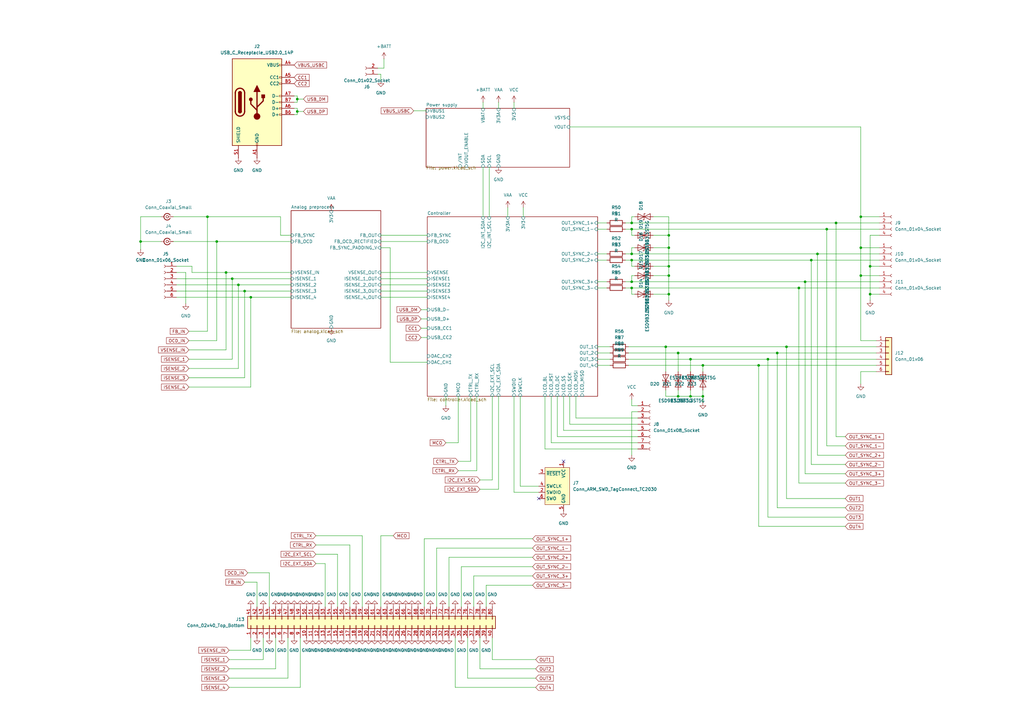
<source format=kicad_sch>
(kicad_sch (version 20250114) (generator "eeschema") (generator_version "9.0")
  (paper "A3")
  (junction (at 92.71 111.76))
  (junction (at 311.15 149.86))
  (junction (at 121.92 40.64))
  (junction (at 288.29 162.56))
  (junction (at 274.32 113.03))
  (junction (at 318.77 144.78))
  (junction (at 95.25 114.3))
  (junction (at 259.08 115.57))
  (junction (at 274.32 101.6))
  (junction (at 330.2 115.57))
  (junction (at 259.08 93.98))
  (junction (at 332.74 106.68))
  (junction (at 274.32 109.22))
  (junction (at 339.09 93.98))
  (junction (at 274.32 96.52))
  (junction (at 353.06 88.9))
  (junction (at 314.96 147.32))
  (junction (at 278.13 162.56))
  (junction (at 259.08 106.68))
  (junction (at 327.66 118.11))
  (junction (at 353.06 101.6))
  (junction (at 278.13 144.78))
  (junction (at 259.08 104.14))
  (junction (at 57.658 99.06))
  (junction (at 121.92 45.72))
  (junction (at 342.9 91.44))
  (junction (at 102.87 121.92))
  (junction (at 283.21 147.32))
  (junction (at 283.21 162.56))
  (junction (at 335.28 104.14))
  (junction (at 288.29 149.86))
  (junction (at 356.87 120.65))
  (junction (at 322.58 142.24))
  (junction (at 353.06 113.03))
  (junction (at 259.08 91.44))
  (junction (at 356.87 109.22))
  (junction (at 88.9 99.06))
  (junction (at 274.32 120.65))
  (junction (at 100.33 119.38))
  (junction (at 273.05 142.24))
  (junction (at 85.09 88.9))
  (junction (at 97.79 116.84))
  (junction (at 259.08 118.11))
  (no_connect (at 231.14 189.23))
  (no_connect (at 220.98 204.47))
  (wire (pts (xy 259.08 104.14) (xy 335.28 104.14)))
  (wire (pts (xy 245.11 104.14) (xy 248.92 104.14)))
  (wire (pts (xy 172.72 130.81) (xy 175.26 130.81)))
  (wire (pts (xy 102.87 158.75) (xy 102.87 121.92)))
  (wire (pts (xy 278.13 162.56) (xy 283.21 162.56)))
  (wire (pts (xy 267.97 109.22) (xy 274.32 109.22)))
  (wire (pts (xy 356.87 109.22) (xy 360.68 109.22)))
  (wire (pts (xy 121.92 40.64) (xy 121.92 39.37)))
  (wire (pts (xy 100.33 119.38) (xy 119.38 119.38)))
  (wire (pts (xy 120.65 46.99) (xy 121.92 46.99)))
  (wire (pts (xy 260.35 109.22) (xy 259.08 109.22)))
  (wire (pts (xy 346.71 198.12) (xy 327.66 198.12)))
  (wire (pts (xy 360.68 88.9) (xy 353.06 88.9)))
  (wire (pts (xy 204.47 200.66) (xy 204.47 162.56)))
  (wire (pts (xy 93.98 281.94) (xy 123.19 281.94)))
  (wire (pts (xy 138.43 227.33) (xy 129.54 227.33)))
  (wire (pts (xy 92.71 111.76) (xy 78.74 111.76)))
  (wire (pts (xy 256.54 93.98) (xy 259.08 93.98)))
  (wire (pts (xy 156.21 33.02) (xy 156.21 30.48)))
  (wire (pts (xy 335.28 104.14) (xy 360.68 104.14)))
  (wire (pts (xy 57.658 99.06) (xy 57.658 102.362)))
  (wire (pts (xy 259.08 96.52) (xy 259.08 93.98)))
  (wire (pts (xy 105.41 238.76) (xy 105.41 248.92)))
  (wire (pts (xy 156.21 121.92) (xy 175.26 121.92)))
  (wire (pts (xy 76.2 111.76) (xy 76.2 124.46)))
  (wire (pts (xy 236.22 171.45) (xy 236.22 162.56)))
  (wire (pts (xy 186.69 281.94) (xy 186.69 261.62)))
  (wire (pts (xy 283.21 162.56) (xy 288.29 162.56)))
  (wire (pts (xy 156.21 101.6) (xy 160.02 101.6)))
  (wire (pts (xy 93.98 278.13) (xy 118.11 278.13)))
  (wire (pts (xy 259.08 109.22) (xy 259.08 106.68)))
  (wire (pts (xy 196.85 200.66) (xy 204.47 200.66)))
  (wire (pts (xy 360.68 113.03) (xy 353.06 113.03)))
  (wire (pts (xy 160.02 101.6) (xy 160.02 148.59)))
  (wire (pts (xy 194.31 236.22) (xy 194.31 248.92)))
  (wire (pts (xy 283.21 160.02) (xy 283.21 162.56)))
  (wire (pts (xy 257.81 147.32) (xy 283.21 147.32)))
  (wire (pts (xy 100.33 238.76) (xy 105.41 238.76)))
  (wire (pts (xy 245.11 93.98) (xy 248.92 93.98)))
  (wire (pts (xy 353.06 139.7) (xy 353.06 113.03)))
  (wire (pts (xy 201.93 270.51) (xy 201.93 261.62)))
  (wire (pts (xy 330.2 194.31) (xy 330.2 115.57)))
  (wire (pts (xy 187.96 193.04) (xy 195.58 193.04)))
  (wire (pts (xy 95.25 147.32) (xy 95.25 114.3)))
  (wire (pts (xy 274.32 109.22) (xy 274.32 113.03)))
  (wire (pts (xy 72.39 119.38) (xy 100.33 119.38)))
  (wire (pts (xy 260.35 88.9) (xy 259.08 88.9)))
  (wire (pts (xy 259.08 91.44) (xy 342.9 91.44)))
  (wire (pts (xy 245.11 91.44) (xy 248.92 91.44)))
  (wire (pts (xy 85.09 135.89) (xy 85.09 88.9)))
  (wire (pts (xy 123.19 281.94) (xy 123.19 261.62)))
  (wire (pts (xy 204.47 41.91) (xy 204.47 44.45)))
  (wire (pts (xy 259.08 88.9) (xy 259.08 91.44)))
  (wire (pts (xy 231.14 176.53) (xy 231.14 162.56)))
  (wire (pts (xy 110.49 234.95) (xy 110.49 248.92)))
  (wire (pts (xy 121.92 45.72) (xy 121.92 44.45)))
  (wire (pts (xy 259.08 118.11) (xy 327.66 118.11)))
  (wire (pts (xy 219.71 270.51) (xy 201.93 270.51)))
  (wire (pts (xy 213.36 199.39) (xy 213.36 162.56)))
  (wire (pts (xy 332.74 106.68) (xy 360.68 106.68)))
  (wire (pts (xy 210.82 201.93) (xy 210.82 162.56)))
  (wire (pts (xy 184.15 228.6) (xy 184.15 248.92)))
  (wire (pts (xy 330.2 115.57) (xy 360.68 115.57)))
  (wire (pts (xy 198.12 68.58) (xy 198.12 88.9)))
  (wire (pts (xy 172.72 127) (xy 175.26 127)))
  (wire (pts (xy 260.35 120.65) (xy 259.08 120.65)))
  (wire (pts (xy 57.658 88.9) (xy 57.658 99.06)))
  (wire (pts (xy 233.68 52.07) (xy 353.06 52.07)))
  (wire (pts (xy 274.32 88.9) (xy 274.32 96.52)))
  (wire (pts (xy 274.32 120.65) (xy 274.32 123.19)))
  (wire (pts (xy 78.74 111.76) (xy 78.74 109.22)))
  (wire (pts (xy 218.44 232.41) (xy 189.23 232.41)))
  (wire (pts (xy 256.54 106.68) (xy 259.08 106.68)))
  (wire (pts (xy 360.68 96.52) (xy 356.87 96.52)))
  (wire (pts (xy 133.35 231.14) (xy 129.54 231.14)))
  (wire (pts (xy 346.71 182.88) (xy 339.09 182.88)))
  (wire (pts (xy 322.58 204.47) (xy 322.58 142.24)))
  (wire (pts (xy 77.47 147.32) (xy 95.25 147.32)))
  (wire (pts (xy 257.81 142.24) (xy 273.05 142.24)))
  (wire (pts (xy 129.54 219.71) (xy 148.59 219.71)))
  (wire (pts (xy 226.06 181.61) (xy 261.62 181.61)))
  (wire (pts (xy 219.71 274.32) (xy 196.85 274.32)))
  (wire (pts (xy 359.41 152.4) (xy 353.06 152.4)))
  (wire (pts (xy 77.47 135.89) (xy 85.09 135.89)))
  (wire (pts (xy 259.08 101.6) (xy 259.08 104.14)))
  (wire (pts (xy 327.66 198.12) (xy 327.66 118.11)))
  (wire (pts (xy 193.04 189.23) (xy 193.04 162.56)))
  (wire (pts (xy 353.06 101.6) (xy 353.06 113.03)))
  (wire (pts (xy 245.11 118.11) (xy 248.92 118.11)))
  (wire (pts (xy 261.62 171.45) (xy 236.22 171.45)))
  (wire (pts (xy 143.51 223.52) (xy 143.51 248.92)))
  (wire (pts (xy 332.74 190.5) (xy 332.74 106.68)))
  (wire (pts (xy 157.48 27.94) (xy 157.48 24.13)))
  (wire (pts (xy 129.54 223.52) (xy 143.51 223.52)))
  (wire (pts (xy 346.71 179.07) (xy 342.9 179.07)))
  (wire (pts (xy 88.9 99.06) (xy 88.9 139.7)))
  (wire (pts (xy 196.85 196.85) (xy 201.93 196.85)))
  (wire (pts (xy 278.13 144.78) (xy 278.13 152.4)))
  (wire (pts (xy 259.08 168.91) (xy 259.08 186.69)))
  (wire (pts (xy 223.52 162.56) (xy 223.52 184.15)))
  (wire (pts (xy 66.04 99.06) (xy 57.658 99.06)))
  (wire (pts (xy 259.08 113.03) (xy 259.08 115.57)))
  (wire (pts (xy 346.71 194.31) (xy 330.2 194.31)))
  (wire (pts (xy 218.44 224.79) (xy 179.07 224.79)))
  (wire (pts (xy 278.13 144.78) (xy 318.77 144.78)))
  (wire (pts (xy 228.6 179.07) (xy 261.62 179.07)))
  (wire (pts (xy 124.46 45.72) (xy 121.92 45.72)))
  (wire (pts (xy 311.15 149.86) (xy 359.41 149.86)))
  (wire (pts (xy 261.62 166.37) (xy 259.08 166.37)))
  (wire (pts (xy 288.29 149.86) (xy 288.29 152.4)))
  (wire (pts (xy 267.97 88.9) (xy 274.32 88.9)))
  (wire (pts (xy 288.29 162.56) (xy 288.29 165.1)))
  (wire (pts (xy 182.88 162.56) (xy 182.88 166.37)))
  (wire (pts (xy 66.04 88.9) (xy 57.658 88.9)))
  (wire (pts (xy 260.35 96.52) (xy 259.08 96.52)))
  (wire (pts (xy 356.87 120.65) (xy 356.87 123.19)))
  (wire (pts (xy 346.71 190.5) (xy 332.74 190.5)))
  (wire (pts (xy 220.98 199.39) (xy 213.36 199.39)))
  (wire (pts (xy 322.58 142.24) (xy 359.41 142.24)))
  (wire (pts (xy 267.97 120.65) (xy 274.32 120.65)))
  (wire (pts (xy 113.03 274.32) (xy 113.03 261.62)))
  (wire (pts (xy 173.99 220.98) (xy 173.99 248.92)))
  (wire (pts (xy 200.66 68.58) (xy 200.66 88.9)))
  (wire (pts (xy 327.66 118.11) (xy 360.68 118.11)))
  (wire (pts (xy 93.98 274.32) (xy 113.03 274.32)))
  (wire (pts (xy 191.77 278.13) (xy 191.77 261.62)))
  (wire (pts (xy 97.79 151.13) (xy 97.79 116.84)))
  (wire (pts (xy 342.9 91.44) (xy 360.68 91.44)))
  (wire (pts (xy 218.44 220.98) (xy 173.99 220.98)))
  (wire (pts (xy 97.79 116.84) (xy 119.38 116.84)))
  (wire (pts (xy 156.21 99.06) (xy 175.26 99.06)))
  (wire (pts (xy 339.09 93.98) (xy 360.68 93.98)))
  (wire (pts (xy 100.33 154.94) (xy 100.33 119.38)))
  (wire (pts (xy 245.11 147.32) (xy 250.19 147.32)))
  (wire (pts (xy 92.71 143.51) (xy 92.71 111.76)))
  (wire (pts (xy 219.71 278.13) (xy 191.77 278.13)))
  (wire (pts (xy 267.97 113.03) (xy 274.32 113.03)))
  (wire (pts (xy 335.28 186.69) (xy 335.28 104.14)))
  (wire (pts (xy 121.92 39.37) (xy 120.65 39.37)))
  (wire (pts (xy 160.02 148.59) (xy 175.26 148.59)))
  (wire (pts (xy 93.98 266.7) (xy 102.87 266.7)))
  (wire (pts (xy 156.21 111.76) (xy 175.26 111.76)))
  (wire (pts (xy 256.54 115.57) (xy 259.08 115.57)))
  (wire (pts (xy 156.21 119.38) (xy 175.26 119.38)))
  (wire (pts (xy 154.94 27.94) (xy 157.48 27.94)))
  (wire (pts (xy 260.35 113.03) (xy 259.08 113.03)))
  (wire (pts (xy 72.39 121.92) (xy 102.87 121.92)))
  (wire (pts (xy 78.74 109.22) (xy 72.39 109.22)))
  (wire (pts (xy 115.062 88.9) (xy 115.062 96.52)))
  (wire (pts (xy 257.81 149.86) (xy 288.29 149.86)))
  (wire (pts (xy 256.54 91.44) (xy 259.08 91.44)))
  (wire (pts (xy 199.39 240.03) (xy 199.39 248.92)))
  (wire (pts (xy 259.08 120.65) (xy 259.08 118.11)))
  (wire (pts (xy 267.97 96.52) (xy 274.32 96.52)))
  (wire (pts (xy 356.87 109.22) (xy 356.87 120.65)))
  (wire (pts (xy 257.81 144.78) (xy 278.13 144.78)))
  (wire (pts (xy 72.39 114.3) (xy 95.25 114.3)))
  (wire (pts (xy 283.21 147.32) (xy 283.21 152.4)))
  (wire (pts (xy 353.06 152.4) (xy 353.06 157.48)))
  (wire (pts (xy 346.71 208.28) (xy 318.77 208.28)))
  (wire (pts (xy 353.06 88.9) (xy 353.06 101.6)))
  (wire (pts (xy 346.71 215.9) (xy 311.15 215.9)))
  (wire (pts (xy 187.96 181.61) (xy 187.96 162.56)))
  (wire (pts (xy 245.11 149.86) (xy 250.19 149.86)))
  (wire (pts (xy 77.47 151.13) (xy 97.79 151.13)))
  (wire (pts (xy 259.08 106.68) (xy 332.74 106.68)))
  (wire (pts (xy 195.58 193.04) (xy 195.58 162.56)))
  (wire (pts (xy 245.11 144.78) (xy 250.19 144.78)))
  (wire (pts (xy 172.72 134.62) (xy 175.26 134.62)))
  (wire (pts (xy 198.12 41.91) (xy 198.12 44.45)))
  (wire (pts (xy 256.54 104.14) (xy 259.08 104.14)))
  (wire (pts (xy 219.71 281.94) (xy 186.69 281.94)))
  (wire (pts (xy 273.05 142.24) (xy 322.58 142.24)))
  (wire (pts (xy 169.672 45.466) (xy 174.752 45.466)))
  (wire (pts (xy 314.96 212.09) (xy 314.96 147.32)))
  (wire (pts (xy 201.93 196.85) (xy 201.93 162.56)))
  (wire (pts (xy 102.87 121.92) (xy 119.38 121.92)))
  (wire (pts (xy 259.08 93.98) (xy 339.09 93.98)))
  (wire (pts (xy 245.11 106.68) (xy 248.92 106.68)))
  (wire (pts (xy 346.71 204.47) (xy 322.58 204.47)))
  (wire (pts (xy 77.47 139.7) (xy 88.9 139.7)))
  (wire (pts (xy 71.12 88.9) (xy 85.09 88.9)))
  (wire (pts (xy 218.44 228.6) (xy 184.15 228.6)))
  (wire (pts (xy 220.98 201.93) (xy 210.82 201.93)))
  (wire (pts (xy 210.82 41.91) (xy 210.82 44.45)))
  (wire (pts (xy 77.47 143.51) (xy 92.71 143.51)))
  (wire (pts (xy 360.68 101.6) (xy 353.06 101.6)))
  (wire (pts (xy 339.09 182.88) (xy 339.09 93.98)))
  (wire (pts (xy 156.21 30.48) (xy 154.94 30.48)))
  (wire (pts (xy 172.72 138.43) (xy 175.26 138.43)))
  (wire (pts (xy 359.41 139.7) (xy 353.06 139.7)))
  (wire (pts (xy 288.29 149.86) (xy 311.15 149.86)))
  (wire (pts (xy 156.21 114.3) (xy 175.26 114.3)))
  (wire (pts (xy 274.32 101.6) (xy 274.32 109.22)))
  (wire (pts (xy 273.05 142.24) (xy 273.05 152.4)))
  (wire (pts (xy 208.28 85.09) (xy 208.28 88.9)))
  (wire (pts (xy 259.08 115.57) (xy 330.2 115.57)))
  (wire (pts (xy 311.15 215.9) (xy 311.15 149.86)))
  (wire (pts (xy 101.6 234.95) (xy 110.49 234.95)))
  (wire (pts (xy 283.21 147.32) (xy 314.96 147.32)))
  (wire (pts (xy 214.63 85.09) (xy 214.63 88.9)))
  (wire (pts (xy 256.54 118.11) (xy 259.08 118.11)))
  (wire (pts (xy 278.13 160.02) (xy 278.13 162.56)))
  (wire (pts (xy 71.12 99.06) (xy 88.9 99.06)))
  (wire (pts (xy 189.23 232.41) (xy 189.23 248.92)))
  (wire (pts (xy 196.85 274.32) (xy 196.85 261.62)))
  (wire (pts (xy 318.77 144.78) (xy 359.41 144.78)))
  (wire (pts (xy 121.92 46.99) (xy 121.92 45.72)))
  (wire (pts (xy 138.43 248.92) (xy 138.43 227.33)))
  (wire (pts (xy 95.25 114.3) (xy 119.38 114.3)))
  (wire (pts (xy 72.39 111.76) (xy 76.2 111.76)))
  (wire (pts (xy 261.62 173.99) (xy 233.68 173.99)))
  (wire (pts (xy 273.05 160.02) (xy 273.05 162.56)))
  (wire (pts (xy 187.96 189.23) (xy 193.04 189.23)))
  (wire (pts (xy 346.71 186.69) (xy 335.28 186.69)))
  (wire (pts (xy 226.06 162.56) (xy 226.06 181.61)))
  (wire (pts (xy 161.29 219.71) (xy 156.21 219.71)))
  (wire (pts (xy 115.062 96.52) (xy 119.38 96.52)))
  (wire (pts (xy 356.87 120.65) (xy 360.68 120.65)))
  (wire (pts (xy 77.47 158.75) (xy 102.87 158.75)))
  (wire (pts (xy 353.06 88.9) (xy 353.06 52.07)))
  (wire (pts (xy 121.92 41.91) (xy 121.92 40.64)))
  (wire (pts (xy 259.08 166.37) (xy 259.08 163.83)))
  (wire (pts (xy 179.07 224.79) (xy 179.07 248.92)))
  (wire (pts (xy 124.46 40.64) (xy 121.92 40.64)))
  (wire (pts (xy 245.11 115.57) (xy 248.92 115.57)))
  (wire (pts (xy 119.38 111.76) (xy 92.71 111.76)))
  (wire (pts (xy 107.95 270.51) (xy 107.95 261.62)))
  (wire (pts (xy 260.35 101.6) (xy 259.08 101.6)))
  (wire (pts (xy 223.52 184.15) (xy 261.62 184.15)))
  (wire (pts (xy 218.44 236.22) (xy 194.31 236.22)))
  (wire (pts (xy 88.9 99.06) (xy 119.38 99.06)))
  (wire (pts (xy 156.21 116.84) (xy 175.26 116.84)))
  (wire (pts (xy 274.32 96.52) (xy 274.32 101.6)))
  (wire (pts (xy 218.44 240.03) (xy 199.39 240.03)))
  (wire (pts (xy 85.09 88.9) (xy 115.062 88.9)))
  (wire (pts (xy 261.62 168.91) (xy 259.08 168.91)))
  (wire (pts (xy 228.6 162.56) (xy 228.6 179.07)))
  (wire (pts (xy 120.65 41.91) (xy 121.92 41.91)))
  (wire (pts (xy 77.47 154.94) (xy 100.33 154.94)))
  (wire (pts (xy 273.05 162.56) (xy 278.13 162.56)))
  (wire (pts (xy 118.11 278.13) (xy 118.11 261.62)))
  (wire (pts (xy 356.87 96.52) (xy 356.87 109.22)))
  (wire (pts (xy 267.97 101.6) (xy 274.32 101.6)))
  (wire (pts (xy 121.92 44.45) (xy 120.65 44.45)))
  (wire (pts (xy 288.29 160.02) (xy 288.29 162.56)))
  (wire (pts (xy 133.35 248.92) (xy 133.35 231.14)))
  (wire (pts (xy 318.77 208.28) (xy 318.77 144.78)))
  (wire (pts (xy 261.62 176.53) (xy 231.14 176.53)))
  (wire (pts (xy 346.71 212.09) (xy 314.96 212.09)))
  (wire (pts (xy 72.39 116.84) (xy 97.79 116.84)))
  (wire (pts (xy 156.21 96.52) (xy 175.26 96.52)))
  (wire (pts (xy 156.21 219.71) (xy 156.21 248.92)))
  (wire (pts (xy 245.11 142.24) (xy 250.19 142.24)))
  (wire (pts (xy 274.32 113.03) (xy 274.32 120.65)))
  (wire (pts (xy 148.59 219.71) (xy 148.59 248.92)))
  (wire (pts (xy 102.87 266.7) (xy 102.87 261.62)))
  (wire (pts (xy 233.68 173.99) (xy 233.68 162.56)))
  (wire (pts (xy 342.9 179.07) (xy 342.9 91.44)))
  (wire (pts (xy 93.98 270.51) (xy 107.95 270.51)))
  (wire (pts (xy 182.88 181.61) (xy 187.96 181.61)))
  (wire (pts (xy 314.96 147.32) (xy 359.41 147.32)))
  (global_label "ISENSE_1" (shape input) (at 77.47 147.32 180) (property "Intersheetrefs" "${INTERSHEET_REFS}" (effects (hide yes))))
  (global_label "OCD_IN" (shape input) (at 77.47 139.7 180) (property "Intersheetrefs" "${INTERSHEET_REFS}" (effects (hide yes))))
  (global_label "I2C_EXT_SCL" (shape input) (at 196.85 196.85 180) (property "Intersheetrefs" "${INTERSHEET_REFS}" (effects (hide yes))))
  (global_label "OUT_SYNC_1+" (shape input) (at 218.44 220.98 0) (property "Intersheetrefs" "${INTERSHEET_REFS}" (effects (hide yes))))
  (global_label "OUT_SYNC_3+" (shape input) (at 346.71 194.31 0) (property "Intersheetrefs" "${INTERSHEET_REFS}" (effects (hide yes))))
  (global_label "OUT_SYNC_3+" (shape input) (at 218.44 236.22 0) (property "Intersheetrefs" "${INTERSHEET_REFS}" (effects (hide yes))))
  (global_label "OUT2" (shape input) (at 346.71 208.28 0) (property "Intersheetrefs" "${INTERSHEET_REFS}" (effects (hide yes))))
  (global_label "MCO" (shape input) (at 161.29 219.71 0) (property "Intersheetrefs" "${INTERSHEET_REFS}" (effects (hide yes))))
  (global_label "OUT4" (shape input) (at 219.71 281.94 0) (property "Intersheetrefs" "${INTERSHEET_REFS}" (effects (hide yes))))
  (global_label "CTRL_TX" (shape input) (at 187.96 189.23 180) (property "Intersheetrefs" "${INTERSHEET_REFS}" (effects (hide yes))))
  (global_label "CC2" (shape input) (at 120.65 34.29 0) (property "Intersheetrefs" "${INTERSHEET_REFS}" (effects (hide yes))))
  (global_label "MCO" (shape input) (at 182.88 181.61 180) (property "Intersheetrefs" "${INTERSHEET_REFS}" (effects (hide yes))))
  (global_label "VSENSE_IN" (shape input) (at 77.47 143.51 180) (property "Intersheetrefs" "${INTERSHEET_REFS}" (effects (hide yes))))
  (global_label "OUT_SYNC_1+" (shape input) (at 346.71 179.07 0) (property "Intersheetrefs" "${INTERSHEET_REFS}" (effects (hide yes))))
  (global_label "OUT3" (shape input) (at 346.71 212.09 0) (property "Intersheetrefs" "${INTERSHEET_REFS}" (effects (hide yes))))
  (global_label "VSENSE_IN" (shape input) (at 93.98 266.7 180) (property "Intersheetrefs" "${INTERSHEET_REFS}" (effects (hide yes))))
  (global_label "ISENSE_2" (shape input) (at 77.47 151.13 180) (property "Intersheetrefs" "${INTERSHEET_REFS}" (effects (hide yes))))
  (global_label "CC1" (shape input) (at 120.65 31.75 0) (property "Intersheetrefs" "${INTERSHEET_REFS}" (effects (hide yes))))
  (global_label "USB_DM" (shape input) (at 172.72 127 180) (property "Intersheetrefs" "${INTERSHEET_REFS}" (effects (hide yes))))
  (global_label "I2C_EXT_SDA" (shape input) (at 196.85 200.66 180) (property "Intersheetrefs" "${INTERSHEET_REFS}" (effects (hide yes))))
  (global_label "OUT_SYNC_1-" (shape input) (at 346.71 182.88 0) (property "Intersheetrefs" "${INTERSHEET_REFS}" (effects (hide yes))))
  (global_label "OUT1" (shape input) (at 346.71 204.47 0) (property "Intersheetrefs" "${INTERSHEET_REFS}" (effects (hide yes))))
  (global_label "FB_IN" (shape input) (at 100.33 238.76 180) (property "Intersheetrefs" "${INTERSHEET_REFS}" (effects (hide yes))))
  (global_label "OUT3" (shape input) (at 219.71 278.13 0) (property "Intersheetrefs" "${INTERSHEET_REFS}" (effects (hide yes))))
  (global_label "OUT_SYNC_3-" (shape input) (at 218.44 240.03 0) (property "Intersheetrefs" "${INTERSHEET_REFS}" (effects (hide yes))))
  (global_label "CTRL_TX" (shape input) (at 129.54 219.71 180) (property "Intersheetrefs" "${INTERSHEET_REFS}" (effects (hide yes))))
  (global_label "ISENSE_3" (shape input) (at 77.47 154.94 180) (property "Intersheetrefs" "${INTERSHEET_REFS}" (effects (hide yes))))
  (global_label "CTRL_RX" (shape input) (at 129.54 223.52 180) (property "Intersheetrefs" "${INTERSHEET_REFS}" (effects (hide yes))))
  (global_label "OUT_SYNC_2+" (shape input) (at 346.71 186.69 0) (property "Intersheetrefs" "${INTERSHEET_REFS}" (effects (hide yes))))
  (global_label "CTRL_RX" (shape input) (at 187.96 193.04 180) (property "Intersheetrefs" "${INTERSHEET_REFS}" (effects (hide yes))))
  (global_label "OUT2" (shape input) (at 219.71 274.32 0) (property "Intersheetrefs" "${INTERSHEET_REFS}" (effects (hide yes))))
  (global_label "OUT_SYNC_2+" (shape input) (at 218.44 228.6 0) (property "Intersheetrefs" "${INTERSHEET_REFS}" (effects (hide yes))))
  (global_label "CC1" (shape input) (at 172.72 134.62 180) (property "Intersheetrefs" "${INTERSHEET_REFS}" (effects (hide yes))))
  (global_label "USB_DP" (shape input) (at 172.72 130.81 180) (property "Intersheetrefs" "${INTERSHEET_REFS}" (effects (hide yes))))
  (global_label "USB_DM" (shape input) (at 124.46 40.64 0) (property "Intersheetrefs" "${INTERSHEET_REFS}" (effects (hide yes))))
  (global_label "USB_DP" (shape input) (at 124.46 45.72 0) (property "Intersheetrefs" "${INTERSHEET_REFS}" (effects (hide yes))))
  (global_label "ISENSE_1" (shape input) (at 93.98 270.51 180) (property "Intersheetrefs" "${INTERSHEET_REFS}" (effects (hide yes))))
  (global_label "OUT_SYNC_3-" (shape input) (at 346.71 198.12 0) (property "Intersheetrefs" "${INTERSHEET_REFS}" (effects (hide yes))))
  (global_label "ISENSE_3" (shape input) (at 93.98 278.13 180) (property "Intersheetrefs" "${INTERSHEET_REFS}" (effects (hide yes))))
  (global_label "CC2" (shape input) (at 172.72 138.43 180) (property "Intersheetrefs" "${INTERSHEET_REFS}" (effects (hide yes))))
  (global_label "OUT4" (shape input) (at 346.71 215.9 0) (property "Intersheetrefs" "${INTERSHEET_REFS}" (effects (hide yes))))
  (global_label "FB_IN" (shape input) (at 77.47 135.89 180) (property "Intersheetrefs" "${INTERSHEET_REFS}" (effects (hide yes))))
  (global_label "I2C_EXT_SCL" (shape input) (at 129.54 227.33 180) (property "Intersheetrefs" "${INTERSHEET_REFS}" (effects (hide yes))))
  (global_label "OUT_SYNC_1-" (shape input) (at 218.44 224.79 0) (property "Intersheetrefs" "${INTERSHEET_REFS}" (effects (hide yes))))
  (global_label "ISENSE_2" (shape input) (at 93.98 274.32 180) (property "Intersheetrefs" "${INTERSHEET_REFS}" (effects (hide yes))))
  (global_label "ISENSE_4" (shape input) (at 77.47 158.75 180) (property "Intersheetrefs" "${INTERSHEET_REFS}" (effects (hide yes))))
  (global_label "I2C_EXT_SDA" (shape input) (at 129.54 231.14 180) (property "Intersheetrefs" "${INTERSHEET_REFS}" (effects (hide yes))))
  (global_label "OUT1" (shape input) (at 219.71 270.51 0) (property "Intersheetrefs" "${INTERSHEET_REFS}" (effects (hide yes))))
  (global_label "OCD_IN" (shape input) (at 101.6 234.95 180) (property "Intersheetrefs" "${INTERSHEET_REFS}" (effects (hide yes))))
  (global_label "ISENSE_4" (shape input) (at 93.98 281.94 180) (property "Intersheetrefs" "${INTERSHEET_REFS}" (effects (hide yes))))
  (global_label "OUT_SYNC_2-" (shape input) (at 218.44 232.41 0) (property "Intersheetrefs" "${INTERSHEET_REFS}" (effects (hide yes))))
  (global_label "VBUS_USBC" (shape input) (at 169.672 45.466 180) (property "Intersheetrefs" "${INTERSHEET_REFS}" (effects (hide yes))))
  (global_label "OUT_SYNC_2-" (shape input) (at 346.71 190.5 0) (property "Intersheetrefs" "${INTERSHEET_REFS}" (effects (hide yes))))
  (global_label "VBUS_USBC" (shape input) (at 120.65 26.67 0) (property "Intersheetrefs" "${INTERSHEET_REFS}" (effects (hide yes))))
  (symbol (lib_id "Device:R") (at 254 147.32 90) (unit 1)
    (property "Reference" "R58" (at 254 140.97 90))
    (property "Value" "R" (at 254 143.51 90))
    (property "Footprint" "Resistor_SMD:R_0402_1005Metric" (effects (hide yes)))
    (property "Description" "Resistor" (effects (hide yes)))
  )
  (symbol (lib_id "power:GND") (at 105.41 64.77 0) (unit 1)
    (property "Reference" "#PWR0165" (effects (hide yes)))
    (property "Value" "GND" (at 105.41 69.85 0))
    (property "Description" "Power symbol creates a global label with name \"GND\" , ground" (effects (hide yes)))
  )
  (symbol (lib_id "power:VAA") (at 204.47 41.91 0) (unit 1)
    (property "Reference" "#PWR0174" (effects (hide yes)))
    (property "Value" "VAA" (at 204.47 36.83 0))
    (property "Description" "Power symbol creates a global label with name \"VAA\"" (effects (hide yes)))
  )
  (symbol (lib_id "power:GND") (at 179.07 261.62 0) (unit 1)
    (property "Reference" "#PWR0214" (effects (hide yes)))
    (property "Value" "GND" (at 179.07 266.7 0))
    (property "Description" "Power symbol creates a global label with name \"GND\" , ground" (effects (hide yes)))
  )
  (symbol (lib_id "power:GND") (at 105.41 261.62 0) (unit 1)
    (property "Reference" "#PWR0189" (effects (hide yes)))
    (property "Value" "GND" (at 105.41 266.7 0))
    (property "Description" "Power symbol creates a global label with name \"GND\" , ground" (effects (hide yes)))
  )
  (symbol (lib_id "power:GND") (at 135.89 261.62 0) (unit 1)
    (property "Reference" "#PWR0243" (effects (hide yes)))
    (property "Value" "GND" (at 135.89 266.7 0))
    (property "Description" "Power symbol creates a global label with name \"GND\" , ground" (effects (hide yes)))
  )
  (symbol (lib_id "Connector:Conn_01x06_Socket") (at 67.31 114.3 0) (mirror y) (unit 1)
    (property "Reference" "J5" (at 67.945 104.14 0))
    (property "Value" "Conn_01x06_Socket" (at 67.945 106.68 0))
    (property "Footprint" "Connector_PinHeader_2.54mm:PinHeader_1x06_P2.54mm_Horizontal" (effects (hide yes)))
    (property "Description" "Generic connector, single row, 01x06, script generated" (effects (hide yes)))
  )
  (symbol (lib_id "power:GND") (at 156.21 261.62 0) (unit 1)
    (property "Reference" "#PWR0233" (effects (hide yes)))
    (property "Value" "GND" (at 156.21 266.7 0))
    (property "Description" "Power symbol creates a global label with name \"GND\" , ground" (effects (hide yes)))
  )
  (symbol (lib_id "power:GND") (at 196.85 248.92 180) (unit 1)
    (property "Reference" "#PWR0206" (effects (hide yes)))
    (property "Value" "GND" (at 196.85 243.84 0))
    (property "Description" "Power symbol creates a global label with name \"GND\" , ground" (effects (hide yes)))
  )
  (symbol (lib_id "power:GND") (at 156.21 33.02 0) (unit 1)
    (property "Reference" "#PWR0170" (effects (hide yes)))
    (property "Value" "GND" (at 156.21 38.1 0))
    (property "Description" "Power symbol creates a global label with name \"GND\" , ground" (effects (hide yes)))
  )
  (symbol (lib_id "power:GND") (at 166.37 248.92 180) (unit 1)
    (property "Reference" "#PWR0228" (effects (hide yes)))
    (property "Value" "GND" (at 166.37 243.84 0))
    (property "Description" "Power symbol creates a global label with name \"GND\" , ground" (effects (hide yes)))
  )
  (symbol (lib_id "power:GND") (at 171.45 248.92 180) (unit 1)
    (property "Reference" "#PWR0211" (effects (hide yes)))
    (property "Value" "GND" (at 171.45 243.84 0))
    (property "Description" "Power symbol creates a global label with name \"GND\" , ground" (effects (hide yes)))
  )
  (symbol (lib_id "Connector_Generic:Conn_02x40_Top_Bottom") (at 151.13 256.54 90) (unit 1)
    (property "Reference" "J13" (at 100.33 253.9999 90) (effects (justify left)))
    (property "Value" "Conn_02x40_Top_Bottom" (at 100.33 256.5399 90) (effects (justify left)))
    (property "Footprint" "ul_FX18-80P-0-8SV10:CONN_FX18-80P_HIR" (effects (hide yes)))
    (property "Description" "Generic connector, double row, 02x40, top/bottom pin numbering scheme (row 1: 1...pins_per_row, row2: pins_per_row+1 ... num_pins), script generated (kicad-library-utils/schlib/autogen/connector/)" (effects (hide yes)))
  )
  (symbol (lib_id "power:GND") (at 148.59 261.62 0) (unit 1)
    (property "Reference" "#PWR0236" (effects (hide yes)))
    (property "Value" "GND" (at 148.59 266.7 0))
    (property "Description" "Power symbol creates a global label with name \"GND\" , ground" (effects (hide yes)))
  )
  (symbol (lib_id "power:GND") (at 181.61 261.62 0) (unit 1)
    (property "Reference" "#PWR0213" (effects (hide yes)))
    (property "Value" "GND" (at 181.61 266.7 0))
    (property "Description" "Power symbol creates a global label with name \"GND\" , ground" (effects (hide yes)))
  )
  (symbol (lib_id "Device:R") (at 252.73 91.44 90) (unit 1)
    (property "Reference" "R50" (at 252.73 85.09 90))
    (property "Value" "R" (at 252.73 87.63 90))
    (property "Footprint" "Resistor_SMD:R_0402_1005Metric" (effects (hide yes)))
    (property "Description" "Resistor" (effects (hide yes)))
  )
  (symbol (lib_id "Device:R") (at 252.73 104.14 90) (unit 1)
    (property "Reference" "R52" (at 252.73 97.79 90))
    (property "Value" "R" (at 252.73 100.33 90))
    (property "Footprint" "Resistor_SMD:R_0402_1005Metric" (effects (hide yes)))
    (property "Description" "Resistor" (effects (hide yes)))
  )
  (symbol (lib_id "power:GND") (at 76.2 124.46 0) (unit 1)
    (property "Reference" "#PWR0166" (effects (hide yes)))
    (property "Value" "GND" (at 76.2 129.54 0))
    (property "Description" "Power symbol creates a global label with name \"GND\" , ground" (effects (hide yes)))
  )
  (symbol (lib_id "Connector:Conn_01x04_Socket") (at 365.76 115.57 0) (unit 1)
    (property "Reference" "J11" (at 367.03 115.5699 0) (effects (justify left)))
    (property "Value" "Conn_01x04_Socket" (at 367.03 118.1099 0) (effects (justify left)))
    (property "Footprint" "Connector_PinHeader_2.54mm:PinHeader_1x04_P2.54mm_Horizontal" (effects (hide yes)))
    (property "Description" "Generic connector, single row, 01x04, script generated" (effects (hide yes)))
  )
  (symbol (lib_id "power:GND") (at 189.23 261.62 0) (unit 1)
    (property "Reference" "#PWR0202" (effects (hide yes)))
    (property "Value" "GND" (at 189.23 266.7 0))
    (property "Description" "Power symbol creates a global label with name \"GND\" , ground" (effects (hide yes)))
  )
  (symbol (lib_id "power:GND") (at 115.57 261.62 0) (unit 1)
    (property "Reference" "#PWR0191" (effects (hide yes)))
    (property "Value" "GND" (at 115.57 266.7 0))
    (property "Description" "Power symbol creates a global label with name \"GND\" , ground" (effects (hide yes)))
  )
  (symbol (lib_id "power:GND") (at 133.35 261.62 0) (unit 1)
    (property "Reference" "#PWR0242" (effects (hide yes)))
    (property "Value" "GND" (at 133.35 266.7 0))
    (property "Description" "Power symbol creates a global label with name \"GND\" , ground" (effects (hide yes)))
  )
  (symbol (lib_id "power:GND") (at 107.95 248.92 180) (unit 1)
    (property "Reference" "#PWR0187" (effects (hide yes)))
    (property "Value" "GND" (at 107.95 243.84 0))
    (property "Description" "Power symbol creates a global label with name \"GND\" , ground" (effects (hide yes)))
  )
  (symbol (lib_id "Diode:ESD9B3.3ST5G") (at 264.16 109.22 180) (unit 1)
    (property "Reference" "D17" (at 262.8899 106.68 90) (effects (justify right)))
    (property "Value" "ESD9B3.3ST5G" (at 265.43 124.714 90) (effects (justify right)))
    (property "Footprint" "Diode_SMD:D_SOD-923" (effects (hide yes)))
    (property "Datasheet" "https://www.onsemi.com/pub/Collateral/ESD9B-D.PDF" (effects (hide yes)))
    (property "Description" "ESD protection diode, 3.3Vrwm, SOD-923" (effects (hide yes)))
  )
  (symbol (lib_id "power:VAA") (at 208.28 85.09 0) (unit 1)
    (property "Reference" "#PWR0178" (effects (hide yes)))
    (property "Value" "VAA" (at 208.28 80.01 0))
    (property "Description" "Power symbol creates a global label with name \"VAA\"" (effects (hide yes)))
  )
  (symbol (lib_id "Diode:ESD9B3.3ST5G") (at 288.29 156.21 270) (unit 1)
    (property "Reference" "D23" (at 285.75 157.4801 90) (effects (justify right)))
    (property "Value" "ESD9B3.3ST5G" (at 289.052 164.338 90) (effects (justify right)))
    (property "Footprint" "Diode_SMD:D_SOD-923" (effects (hide yes)))
    (property "Datasheet" "https://www.onsemi.com/pub/Collateral/ESD9B-D.PDF" (effects (hide yes)))
    (property "Description" "ESD protection diode, 3.3Vrwm, SOD-923" (effects (hide yes)))
  )
  (symbol (lib_id "power:GND") (at 146.05 261.62 0) (unit 1)
    (property "Reference" "#PWR0237" (effects (hide yes)))
    (property "Value" "GND" (at 146.05 266.7 0))
    (property "Description" "Power symbol creates a global label with name \"GND\" , ground" (effects (hide yes)))
  )
  (symbol (lib_id "power:GND") (at 125.73 261.62 0) (unit 1)
    (property "Reference" "#PWR0193" (effects (hide yes)))
    (property "Value" "GND" (at 125.73 266.7 0))
    (property "Description" "Power symbol creates a global label with name \"GND\" , ground" (effects (hide yes)))
  )
  (symbol (lib_id "power:GND") (at 356.87 123.19 0) (unit 1)
    (property "Reference" "#PWR0182" (effects (hide yes)))
    (property "Value" "GND" (at 356.87 128.27 0))
    (property "Description" "Power symbol creates a global label with name \"GND\" , ground" (effects (hide yes)))
  )
  (symbol (lib_id "Diode:ESD9B3.3ST5G") (at 273.05 156.21 270) (unit 1)
    (property "Reference" "D20" (at 270.51 157.4801 90) (effects (justify right)))
    (property "Value" "ESD9B3.3ST5G" (at 288.544 154.94 90) (effects (justify right)))
    (property "Footprint" "Diode_SMD:D_SOD-923" (effects (hide yes)))
    (property "Datasheet" "https://www.onsemi.com/pub/Collateral/ESD9B-D.PDF" (effects (hide yes)))
    (property "Description" "ESD protection diode, 3.3Vrwm, SOD-923" (effects (hide yes)))
  )
  (symbol (lib_id "Diode:ESD9B3.3ST5G") (at 264.16 96.52 180) (unit 1)
    (property "Reference" "D19" (at 262.8899 93.98 90) (effects (justify right)))
    (property "Value" "ESD9B3.3ST5G" (at 265.43 112.014 90) (effects (justify right)))
    (property "Footprint" "Diode_SMD:D_SOD-923" (effects (hide yes)))
    (property "Datasheet" "https://www.onsemi.com/pub/Collateral/ESD9B-D.PDF" (effects (hide yes)))
    (property "Description" "ESD protection diode, 3.3Vrwm, SOD-923" (effects (hide yes)))
  )
  (symbol (lib_id "power:GND") (at 135.89 134.62 0) (unit 1)
    (property "Reference" "#PWR0167" (effects (hide yes)))
    (property "Value" "GND" (at 135.89 139.7 0))
    (property "Description" "Power symbol creates a global label with name \"GND\" , ground" (effects (hide yes)))
  )
  (symbol (lib_id "power:GND") (at 97.79 64.77 0) (unit 1)
    (property "Reference" "#PWR0164" (effects (hide yes)))
    (property "Value" "GND" (at 97.79 69.85 0))
    (property "Description" "Power symbol creates a global label with name \"GND\" , ground" (effects (hide yes)))
  )
  (symbol (lib_id "power:VCC") (at 214.63 85.09 0) (unit 1)
    (property "Reference" "#PWR0179" (effects (hide yes)))
    (property "Value" "VCC" (at 214.63 80.01 0))
    (property "Description" "Power symbol creates a global label with name \"VCC\"" (effects (hide yes)))
  )
  (symbol (lib_id "power:GND") (at 146.05 248.92 180) (unit 1)
    (property "Reference" "#PWR0219" (effects (hide yes)))
    (property "Value" "GND" (at 146.05 243.84 0))
    (property "Description" "Power symbol creates a global label with name \"GND\" , ground" (effects (hide yes)))
  )
  (symbol (lib_id "power:GND") (at 143.51 261.62 0) (unit 1)
    (property "Reference" "#PWR0238" (effects (hide yes)))
    (property "Value" "GND" (at 143.51 266.7 0))
    (property "Description" "Power symbol creates a global label with name \"GND\" , ground" (effects (hide yes)))
  )
  (symbol (lib_id "power:GND") (at 151.13 261.62 0) (unit 1)
    (property "Reference" "#PWR0235" (effects (hide yes)))
    (property "Value" "GND" (at 151.13 266.7 0))
    (property "Description" "Power symbol creates a global label with name \"GND\" , ground" (effects (hide yes)))
  )
  (symbol (lib_id "Connector:USB_C_Receptacle_USB2.0_14P") (at 105.41 41.91 0) (unit 1)
    (property "Reference" "J2" (at 105.41 19.05 0))
    (property "Value" "USB_C_Receptacle_USB2.0_14P" (at 105.41 21.59 0))
    (property "Footprint" "Connector_USB:USB_C_Receptacle_GCT_USB4105-xx-A_16P_TopMnt_Horizontal" (effects (hide yes)))
    (property "Datasheet" "https://www.usb.org/sites/default/files/documents/usb_type-c.zip" (effects (hide yes)))
    (property "Description" "USB 2.0-only 14P Type-C Receptacle connector" (effects (hide yes)))
  )
  (symbol (lib_id "power:GND") (at 125.73 248.92 180) (unit 1)
    (property "Reference" "#PWR0198" (effects (hide yes)))
    (property "Value" "GND" (at 125.73 243.84 0))
    (property "Description" "Power symbol creates a global label with name \"GND\" , ground" (effects (hide yes)))
  )
  (symbol (lib_id "power:GND") (at 120.65 261.62 0) (unit 1)
    (property "Reference" "#PWR0192" (effects (hide yes)))
    (property "Value" "GND" (at 120.65 266.7 0))
    (property "Description" "Power symbol creates a global label with name \"GND\" , ground" (effects (hide yes)))
  )
  (symbol (lib_id "Diode:ESD9B3.3ST5G") (at 264.16 101.6 180) (unit 1)
    (property "Reference" "D16" (at 262.8899 99.06 90) (effects (justify right)))
    (property "Value" "ESD9B3.3ST5G" (at 265.43 117.094 90) (effects (justify right)))
    (property "Footprint" "Diode_SMD:D_SOD-923" (effects (hide yes)))
    (property "Datasheet" "https://www.onsemi.com/pub/Collateral/ESD9B-D.PDF" (effects (hide yes)))
    (property "Description" "ESD protection diode, 3.3Vrwm, SOD-923" (effects (hide yes)))
  )
  (symbol (lib_id "Connector:Conn_Coaxial_Small") (at 68.58 88.9 180) (unit 1)
    (property "Reference" "J3" (at 69.0995 82.55 0))
    (property "Value" "Conn_Coaxial_Small" (at 69.0995 85.09 0))
    (property "Footprint" "Connector_Coaxial:SMA_Molex_73251-1153_EdgeMount_Horizontal" (effects (hide yes)))
    (property "Description" "small coaxial connector (BNC, SMA, SMB, SMC, Cinch/RCA, LEMO, ...)" (effects (hide yes)))
  )
  (symbol (lib_id "power:GND") (at 161.29 261.62 0) (unit 1)
    (property "Reference" "#PWR0231" (effects (hide yes)))
    (property "Value" "GND" (at 161.29 266.7 0))
    (property "Description" "Power symbol creates a global label with name \"GND\" , ground" (effects (hide yes)))
  )
  (symbol (lib_id "Diode:ESD9B3.3ST5G") (at 264.16 120.65 180) (unit 1)
    (property "Reference" "D14" (at 262.8899 118.11 90) (effects (justify right)))
    (property "Value" "ESD9B3.3ST5G" (at 265.43 136.144 90) (effects (justify right)))
    (property "Footprint" "Diode_SMD:D_SOD-923" (effects (hide yes)))
    (property "Datasheet" "https://www.onsemi.com/pub/Collateral/ESD9B-D.PDF" (effects (hide yes)))
    (property "Description" "ESD protection diode, 3.3Vrwm, SOD-923" (effects (hide yes)))
  )
  (symbol (lib_id "power:GND") (at 201.93 248.92 180) (unit 1)
    (property "Reference" "#PWR0205" (effects (hide yes)))
    (property "Value" "GND" (at 201.93 243.84 0))
    (property "Description" "Power symbol creates a global label with name \"GND\" , ground" (effects (hide yes)))
  )
  (symbol (lib_id "Device:R") (at 254 149.86 90) (unit 1)
    (property "Reference" "R59" (at 254 143.51 90))
    (property "Value" "R" (at 254 146.05 90))
    (property "Footprint" "Resistor_SMD:R_0402_1005Metric" (effects (hide yes)))
    (property "Description" "Resistor" (effects (hide yes)))
  )
  (symbol (lib_id "power:GND") (at 259.08 186.69 0) (unit 1)
    (property "Reference" "#PWR0181" (effects (hide yes)))
    (property "Value" "GND" (at 259.08 191.77 0))
    (property "Description" "Power symbol creates a global label with name \"GND\" , ground" (effects (hide yes)))
  )
  (symbol (lib_id "power:+BATT") (at 157.48 24.13 0) (unit 1)
    (property "Reference" "#PWR0171" (effects (hide yes)))
    (property "Value" "+BATT" (at 157.48 19.05 0))
    (property "Description" "Power symbol creates a global label with name \"+BATT\"" (effects (hide yes)))
  )
  (symbol (lib_id "power:GND") (at 288.29 165.1 0) (unit 1)
    (property "Reference" "#PWR0185" (effects (hide yes)))
    (property "Value" "GND" (at 288.29 170.18 0))
    (property "Description" "Power symbol creates a global label with name \"GND\" , ground" (effects (hide yes)))
  )
  (symbol (lib_id "power:GND") (at 184.15 261.62 0) (unit 1)
    (property "Reference" "#PWR0201" (effects (hide yes)))
    (property "Value" "GND" (at 184.15 266.7 0))
    (property "Description" "Power symbol creates a global label with name \"GND\" , ground" (effects (hide yes)))
  )
  (symbol (lib_id "power:GND") (at 186.69 248.92 180) (unit 1)
    (property "Reference" "#PWR0208" (effects (hide yes)))
    (property "Value" "GND" (at 186.69 243.84 0))
    (property "Description" "Power symbol creates a global label with name \"GND\" , ground" (effects (hide yes)))
  )
  (symbol (lib_id "power:GND") (at 113.03 248.92 180) (unit 1)
    (property "Reference" "#PWR0188" (effects (hide yes)))
    (property "Value" "GND" (at 113.03 243.84 0))
    (property "Description" "Power symbol creates a global label with name \"GND\" , ground" (effects (hide yes)))
  )
  (symbol (lib_id "power:GND") (at 115.57 248.92 180) (unit 1)
    (property "Reference" "#PWR0194" (effects (hide yes)))
    (property "Value" "GND" (at 115.57 243.84 0))
    (property "Description" "Power symbol creates a global label with name \"GND\" , ground" (effects (hide yes)))
  )
  (symbol (lib_id "power:GND") (at 153.67 248.92 180) (unit 1)
    (property "Reference" "#PWR0224" (effects (hide yes)))
    (property "Value" "GND" (at 153.67 243.84 0))
    (property "Description" "Power symbol creates a global label with name \"GND\" , ground" (effects (hide yes)))
  )
  (symbol (lib_id "power:GND") (at 123.19 248.92 180) (unit 1)
    (property "Reference" "#PWR0197" (effects (hide yes)))
    (property "Value" "GND" (at 123.19 243.84 0))
    (property "Description" "Power symbol creates a global label with name \"GND\" , ground" (effects (hide yes)))
  )
  (symbol (lib_id "power:GND") (at 191.77 248.92 180) (unit 1)
    (property "Reference" "#PWR0207" (effects (hide yes)))
    (property "Value" "GND" (at 191.77 243.84 0))
    (property "Description" "Power symbol creates a global label with name \"GND\" , ground" (effects (hide yes)))
  )
  (symbol (lib_id "power:GND") (at 181.61 248.92 180) (unit 1)
    (property "Reference" "#PWR0209" (effects (hide yes)))
    (property "Value" "GND" (at 181.61 243.84 0))
    (property "Description" "Power symbol creates a global label with name \"GND\" , ground" (effects (hide yes)))
  )
  (symbol (lib_id "Connector:Conn_01x04_Socket") (at 365.76 91.44 0) (unit 1)
    (property "Reference" "J9" (at 367.03 91.4399 0) (effects (justify left)))
    (property "Value" "Conn_01x04_Socket" (at 367.03 93.9799 0) (effects (justify left)))
    (property "Footprint" "Connector_PinHeader_2.54mm:PinHeader_1x04_P2.54mm_Horizontal" (effects (hide yes)))
    (property "Description" "Generic connector, single row, 01x04, script generated" (effects (hide yes)))
  )
  (symbol (lib_id "Connector:Conn_Coaxial_Small") (at 68.58 99.06 180) (unit 1)
    (property "Reference" "J4" (at 69.0995 92.71 0))
    (property "Value" "Conn_Coaxial_Small" (at 69.0995 95.25 0))
    (property "Footprint" "Connector_Coaxial:SMA_Molex_73251-1153_EdgeMount_Horizontal" (effects (hide yes)))
    (property "Description" "small coaxial connector (BNC, SMA, SMB, SMC, Cinch/RCA, LEMO, ...)" (effects (hide yes)))
  )
  (symbol (lib_id "power:GND") (at 168.91 248.92 180) (unit 1)
    (property "Reference" "#PWR0212" (effects (hide yes)))
    (property "Value" "GND" (at 168.91 243.84 0))
    (property "Description" "Power symbol creates a global label with name \"GND\" , ground" (effects (hide yes)))
  )
  (symbol (lib_id "power:GND") (at 166.37 261.62 0) (unit 1)
    (property "Reference" "#PWR0229" (effects (hide yes)))
    (property "Value" "GND" (at 166.37 266.7 0))
    (property "Description" "Power symbol creates a global label with name \"GND\" , ground" (effects (hide yes)))
  )
  (symbol (lib_id "Connector_Generic:Conn_01x06") (at 364.49 144.78 0) (unit 1)
    (property "Reference" "J12" (at 367.03 144.7799 0) (effects (justify left)))
    (property "Value" "Conn_01x06" (at 367.03 147.3199 0) (effects (justify left)))
    (property "Footprint" "Connector_PinHeader_2.54mm:PinHeader_1x06_P2.54mm_Horizontal" (effects (hide yes)))
    (property "Description" "Generic connector, single row, 01x06, script generated (kicad-library-utils/schlib/autogen/connector/)" (effects (hide yes)))
  )
  (symbol (lib_id "power:VCC") (at 259.08 163.83 0) (unit 1)
    (property "Reference" "#PWR0180" (effects (hide yes)))
    (property "Value" "VCC" (at 259.08 158.75 0))
    (property "Description" "Power symbol creates a global label with name \"VCC\"" (effects (hide yes)))
  )
  (symbol (lib_id "power:GND") (at 128.27 261.62 0) (unit 1)
    (property "Reference" "#PWR0200" (effects (hide yes)))
    (property "Value" "GND" (at 128.27 266.7 0))
    (property "Description" "Power symbol creates a global label with name \"GND\" , ground" (effects (hide yes)))
  )
  (symbol (lib_id "power:GND") (at 168.91 261.62 0) (unit 1)
    (property "Reference" "#PWR0218" (effects (hide yes)))
    (property "Value" "GND" (at 168.91 266.7 0))
    (property "Description" "Power symbol creates a global label with name \"GND\" , ground" (effects (hide yes)))
  )
  (symbol (lib_id "power:GND") (at 118.11 248.92 180) (unit 1)
    (property "Reference" "#PWR0195" (effects (hide yes)))
    (property "Value" "GND" (at 118.11 243.84 0))
    (property "Description" "Power symbol creates a global label with name \"GND\" , ground" (effects (hide yes)))
  )
  (symbol (lib_id "power:GND") (at 140.97 248.92 180) (unit 1)
    (property "Reference" "#PWR0220" (effects (hide yes)))
    (property "Value" "GND" (at 140.97 243.84 0))
    (property "Description" "Power symbol creates a global label with name \"GND\" , ground" (effects (hide yes)))
  )
  (symbol (lib_id "power:GND") (at 353.06 157.48 0) (unit 1)
    (property "Reference" "#PWR0184" (effects (hide yes)))
    (property "Value" "GND" (at 353.06 162.56 0))
    (property "Description" "Power symbol creates a global label with name \"GND\" , ground" (effects (hide yes)))
  )
  (symbol (lib_id "power:GND") (at 163.83 261.62 0) (unit 1)
    (property "Reference" "#PWR0230" (effects (hide yes)))
    (property "Value" "GND" (at 163.83 266.7 0))
    (property "Description" "Power symbol creates a global label with name \"GND\" , ground" (effects (hide yes)))
  )
  (symbol (lib_id "power:GND") (at 173.99 261.62 0) (unit 1)
    (property "Reference" "#PWR0216" (effects (hide yes)))
    (property "Value" "GND" (at 173.99 266.7 0))
    (property "Description" "Power symbol creates a global label with name \"GND\" , ground" (effects (hide yes)))
  )
  (symbol (lib_id "Connector:Conn_01x02_Socket") (at 149.86 30.48 180) (unit 1)
    (property "Reference" "J6" (at 150.495 35.56 0))
    (property "Value" "Conn_01x02_Socket" (at 150.495 33.02 0))
    (property "Footprint" "Connector_AMASS:AMASS_XT30PW-M_1x02_P2.50mm_Horizontal" (effects (hide yes)))
    (property "Description" "Generic connector, single row, 01x02, script generated" (effects (hide yes)))
  )
  (symbol (lib_id "power:VCC") (at 210.82 41.91 0) (unit 1)
    (property "Reference" "#PWR0175" (effects (hide yes)))
    (property "Value" "VCC" (at 210.82 36.83 0))
    (property "Description" "Power symbol creates a global label with name \"VCC\"" (effects (hide yes)))
  )
  (symbol (lib_id "power:GND") (at 138.43 261.62 0) (unit 1)
    (property "Reference" "#PWR0240" (effects (hide yes)))
    (property "Value" "GND" (at 138.43 266.7 0))
    (property "Description" "Power symbol creates a global label with name \"GND\" , ground" (effects (hide yes)))
  )
  (symbol (lib_id "power:GND") (at 153.67 261.62 0) (unit 1)
    (property "Reference" "#PWR0234" (effects (hide yes)))
    (property "Value" "GND" (at 153.67 266.7 0))
    (property "Description" "Power symbol creates a global label with name \"GND\" , ground" (effects (hide yes)))
  )
  (symbol (lib_id "power:+BATT") (at 198.12 41.91 0) (unit 1)
    (property "Reference" "#PWR0172" (effects (hide yes)))
    (property "Value" "+BATT" (at 198.12 36.83 0))
    (property "Description" "Power symbol creates a global label with name \"+BATT\"" (effects (hide yes)))
  )
  (symbol (lib_id "power:GND") (at 171.45 261.62 0) (unit 1)
    (property "Reference" "#PWR0217" (effects (hide yes)))
    (property "Value" "GND" (at 171.45 266.7 0))
    (property "Description" "Power symbol creates a global label with name \"GND\" , ground" (effects (hide yes)))
  )
  (symbol (lib_id "Connector:Conn_01x08_Socket") (at 266.7 173.99 0) (unit 1)
    (property "Reference" "J8" (at 267.97 173.9899 0) (effects (justify left)))
    (property "Value" "Conn_01x08_Socket" (at 267.97 176.5299 0) (effects (justify left)))
    (property "Footprint" "Connector_PinHeader_2.54mm:PinHeader_1x08_P2.54mm_Horizontal" (effects (hide yes)))
    (property "Description" "Generic connector, single row, 01x08, script generated" (effects (hide yes)))
  )
  (symbol (lib_id "Diode:ESD9B3.3ST5G") (at 278.13 156.21 270) (unit 1)
    (property "Reference" "D21" (at 275.59 157.4801 90) (effects (justify right)))
    (property "Value" "ESD9B3.3ST5G" (at 293.624 154.94 90) (effects (justify right)))
    (property "Footprint" "Diode_SMD:D_SOD-923" (effects (hide yes)))
    (property "Datasheet" "https://www.onsemi.com/pub/Collateral/ESD9B-D.PDF" (effects (hide yes)))
    (property "Description" "ESD protection diode, 3.3Vrwm, SOD-923" (effects (hide yes)))
  )
  (symbol (lib_id "power:GND") (at 274.32 123.19 0) (unit 1)
    (property "Reference" "#PWR0183" (effects (hide yes)))
    (property "Value" "GND" (at 274.32 128.27 0))
    (property "Description" "Power symbol creates a global label with name \"GND\" , ground" (effects (hide yes)))
  )
  (symbol (lib_id "Device:R") (at 252.73 93.98 90) (unit 1)
    (property "Reference" "R51" (at 252.73 87.63 90))
    (property "Value" "R" (at 252.73 90.17 90))
    (property "Footprint" "Resistor_SMD:R_0402_1005Metric" (effects (hide yes)))
    (property "Description" "Resistor" (effects (hide yes)))
  )
  (symbol (lib_id "Connector:Conn_ARM_SWD_TagConnect_TC2030") (at 228.6 199.39 0) (mirror y) (unit 1) (in_bom no)
    (property "Reference" "J7" (at 234.95 198.1199 0) (effects (justify right)))
    (property "Value" "Conn_ARM_SWD_TagConnect_TC2030" (at 234.95 200.6599 0) (effects (justify right)))
    (property "Footprint" "Connector:Tag-Connect_TC2030-IDC-FP_2x03_P1.27mm_Vertical" (effects (hide yes)))
    (property "Datasheet" "https://www.tag-connect.com/wp-content/uploads/bsk-pdf-manager/TC2030-CTX_1.pdf" (effects (hide yes)))
    (property "Description" "Tag-Connect ARM Cortex SWD JTAG connector, 6 pin" (effects (hide yes)))
  )
  (symbol (lib_id "power:GND") (at 102.87 248.92 180) (unit 1)
    (property "Reference" "#PWR0186" (effects (hide yes)))
    (property "Value" "GND" (at 102.87 243.84 0))
    (property "Description" "Power symbol creates a global label with name \"GND\" , ground" (effects (hide yes)))
  )
  (symbol (lib_id "power:VAA") (at 135.89 86.36 0) (unit 1)
    (property "Reference" "#PWR0168" (effects (hide yes)))
    (property "Value" "VAA" (at 135.89 81.28 0))
    (property "Description" "Power symbol creates a global label with name \"VAA\"" (effects (hide yes)))
  )
  (symbol (lib_id "Diode:ESD9B3.3ST5G") (at 264.16 88.9 180) (unit 1)
    (property "Reference" "D18" (at 262.8899 86.36 90) (effects (justify right)))
    (property "Value" "ESD9B3.3ST5G" (at 265.43 104.394 90) (effects (justify right)))
    (property "Footprint" "Diode_SMD:D_SOD-923" (effects (hide yes)))
    (property "Datasheet" "https://www.onsemi.com/pub/Collateral/ESD9B-D.PDF" (effects (hide yes)))
    (property "Description" "ESD protection diode, 3.3Vrwm, SOD-923" (effects (hide yes)))
  )
  (symbol (lib_id "power:GND") (at 130.81 248.92 180) (unit 1)
    (property "Reference" "#PWR0222" (effects (hide yes)))
    (property "Value" "GND" (at 130.81 243.84 0))
    (property "Description" "Power symbol creates a global label with name \"GND\" , ground" (effects (hide yes)))
  )
  (symbol (lib_id "power:GND") (at 140.97 261.62 0) (unit 1)
    (property "Reference" "#PWR0239" (effects (hide yes)))
    (property "Value" "GND" (at 140.97 266.7 0))
    (property "Description" "Power symbol creates a global label with name \"GND\" , ground" (effects (hide yes)))
  )
  (symbol (lib_id "power:GND") (at 135.89 248.92 180) (unit 1)
    (property "Reference" "#PWR0221" (effects (hide yes)))
    (property "Value" "GND" (at 135.89 243.84 0))
    (property "Description" "Power symbol creates a global label with name \"GND\" , ground" (effects (hide yes)))
  )
  (symbol (lib_id "power:GND") (at 130.81 261.62 0) (unit 1)
    (property "Reference" "#PWR0241" (effects (hide yes)))
    (property "Value" "GND" (at 130.81 266.7 0))
    (property "Description" "Power symbol creates a global label with name \"GND\" , ground" (effects (hide yes)))
  )
  (symbol (lib_id "power:GND") (at 176.53 261.62 0) (unit 1)
    (property "Reference" "#PWR0215" (effects (hide yes)))
    (property "Value" "GND" (at 176.53 266.7 0))
    (property "Description" "Power symbol creates a global label with name \"GND\" , ground" (effects (hide yes)))
  )
  (symbol (lib_id "power:GND") (at 231.14 209.55 0) (unit 1)
    (property "Reference" "#PWR0177" (effects (hide yes)))
    (property "Value" "GND" (at 231.14 214.63 0))
    (property "Description" "Power symbol creates a global label with name \"GND\" , ground" (effects (hide yes)))
  )
  (symbol (lib_id "power:GND") (at 163.83 248.92 180) (unit 1)
    (property "Reference" "#PWR0227" (effects (hide yes)))
    (property "Value" "GND" (at 163.83 243.84 0))
    (property "Description" "Power symbol creates a global label with name \"GND\" , ground" (effects (hide yes)))
  )
  (symbol (lib_id "Diode:ESD9B3.3ST5G") (at 264.16 113.03 180) (unit 1)
    (property "Reference" "D15" (at 262.8899 110.49 90) (effects (justify right)))
    (property "Value" "ESD9B3.3ST5G" (at 265.43 128.524 90) (effects (justify right)))
    (property "Footprint" "Diode_SMD:D_SOD-923" (effects (hide yes)))
    (property "Datasheet" "https://www.onsemi.com/pub/Collateral/ESD9B-D.PDF" (effects (hide yes)))
    (property "Description" "ESD protection diode, 3.3Vrwm, SOD-923" (effects (hide yes)))
  )
  (symbol (lib_id "power:GND") (at 194.31 261.62 0) (unit 1)
    (property "Reference" "#PWR0203" (effects (hide yes)))
    (property "Value" "GND" (at 194.31 266.7 0))
    (property "Description" "Power symbol creates a global label with name \"GND\" , ground" (effects (hide yes)))
  )
  (symbol (lib_id "Device:R") (at 252.73 106.68 90) (unit 1)
    (property "Reference" "R53" (at 252.73 100.33 90))
    (property "Value" "R" (at 252.73 102.87 90))
    (property "Footprint" "Resistor_SMD:R_0402_1005Metric" (effects (hide yes)))
    (property "Description" "Resistor" (effects (hide yes)))
  )
  (symbol (lib_id "Device:R") (at 254 142.24 90) (unit 1)
    (property "Reference" "R56" (at 254 135.89 90))
    (property "Value" "R" (at 254 138.43 90))
    (property "Footprint" "Resistor_SMD:R_0402_1005Metric" (effects (hide yes)))
    (property "Description" "Resistor" (effects (hide yes)))
  )
  (symbol (lib_id "power:GND") (at 151.13 248.92 180) (unit 1)
    (property "Reference" "#PWR0223" (effects (hide yes)))
    (property "Value" "GND" (at 151.13 243.84 0))
    (property "Description" "Power symbol creates a global label with name \"GND\" , ground" (effects (hide yes)))
  )
  (symbol (lib_id "Device:R") (at 252.73 118.11 90) (unit 1)
    (property "Reference" "R55" (at 252.73 111.76 90))
    (property "Value" "R" (at 252.73 114.3 90))
    (property "Footprint" "Resistor_SMD:R_0402_1005Metric" (effects (hide yes)))
    (property "Description" "Resistor" (effects (hide yes)))
  )
  (symbol (lib_id "power:GND") (at 161.29 248.92 180) (unit 1)
    (property "Reference" "#PWR0226" (effects (hide yes)))
    (property "Value" "GND" (at 161.29 243.84 0))
    (property "Description" "Power symbol creates a global label with name \"GND\" , ground" (effects (hide yes)))
  )
  (symbol (lib_id "power:GND") (at 158.75 261.62 0) (unit 1)
    (property "Reference" "#PWR0232" (effects (hide yes)))
    (property "Value" "GND" (at 158.75 266.7 0))
    (property "Description" "Power symbol creates a global label with name \"GND\" , ground" (effects (hide yes)))
  )
  (symbol (lib_id "power:GND") (at 110.49 261.62 0) (unit 1)
    (property "Reference" "#PWR0190" (effects (hide yes)))
    (property "Value" "GND" (at 110.49 266.7 0))
    (property "Description" "Power symbol creates a global label with name \"GND\" , ground" (effects (hide yes)))
  )
  (symbol (lib_id "power:GND") (at 204.47 68.58 0) (unit 1)
    (property "Reference" "#PWR0173" (effects (hide yes)))
    (property "Value" "GND" (at 204.47 73.66 0))
    (property "Description" "Power symbol creates a global label with name \"GND\" , ground" (effects (hide yes)))
  )
  (symbol (lib_id "Connector:Conn_01x04_Socket") (at 365.76 104.14 0) (unit 1)
    (property "Reference" "J10" (at 367.03 104.1399 0) (effects (justify left)))
    (property "Value" "Conn_01x04_Socket" (at 367.03 106.6799 0) (effects (justify left)))
    (property "Footprint" "Connector_PinHeader_2.54mm:PinHeader_1x04_P2.54mm_Horizontal" (effects (hide yes)))
    (property "Description" "Generic connector, single row, 01x04, script generated" (effects (hide yes)))
  )
  (symbol (lib_id "power:GND") (at 176.53 248.92 180) (unit 1)
    (property "Reference" "#PWR0210" (effects (hide yes)))
    (property "Value" "GND" (at 176.53 243.84 0))
    (property "Description" "Power symbol creates a global label with name \"GND\" , ground" (effects (hide yes)))
  )
  (symbol (lib_id "power:GND") (at 128.27 248.92 180) (unit 1)
    (property "Reference" "#PWR0199" (effects (hide yes)))
    (property "Value" "GND" (at 128.27 243.84 0))
    (property "Description" "Power symbol creates a global label with name \"GND\" , ground" (effects (hide yes)))
  )
  (symbol (lib_id "power:GND") (at 120.65 248.92 180) (unit 1)
    (property "Reference" "#PWR0196" (effects (hide yes)))
    (property "Value" "GND" (at 120.65 243.84 0))
    (property "Description" "Power symbol creates a global label with name \"GND\" , ground" (effects (hide yes)))
  )
  (symbol (lib_id "Device:R") (at 252.73 115.57 90) (unit 1)
    (property "Reference" "R54" (at 252.73 109.22 90))
    (property "Value" "R" (at 252.73 111.76 90))
    (property "Footprint" "Resistor_SMD:R_0402_1005Metric" (effects (hide yes)))
    (property "Description" "Resistor" (effects (hide yes)))
  )
  (symbol (lib_id "Device:R") (at 254 144.78 90) (unit 1)
    (property "Reference" "R57" (at 254 138.43 90))
    (property "Value" "R" (at 254 140.97 90))
    (property "Footprint" "Resistor_SMD:R_0402_1005Metric" (effects (hide yes)))
    (property "Description" "Resistor" (effects (hide yes)))
  )
  (symbol (lib_id "power:GND") (at 182.88 166.37 0) (unit 1)
    (property "Reference" "#PWR0176" (effects (hide yes)))
    (property "Value" "GND" (at 182.88 171.45 0))
    (property "Description" "Power symbol creates a global label with name \"GND\" , ground" (effects (hide yes)))
  )
  (symbol (lib_id "power:GND") (at 199.39 261.62 0) (unit 1)
    (property "Reference" "#PWR0204" (effects (hide yes)))
    (property "Value" "GND" (at 199.39 266.7 0))
    (property "Description" "Power symbol creates a global label with name \"GND\" , ground" (effects (hide yes)))
  )
  (symbol (lib_id "power:GND") (at 57.658 102.362 0) (unit 1)
    (property "Reference" "#PWR0169" (effects (hide yes)))
    (property "Value" "GND" (at 57.658 106.68 0))
    (property "Description" "Power symbol creates a global label with name \"GND\" , ground" (effects (hide yes)))
  )
  (symbol (lib_id "Diode:ESD9B3.3ST5G") (at 283.21 156.21 270) (unit 1)
    (property "Reference" "D22" (at 280.67 157.4801 90) (effects (justify right)))
    (property "Value" "ESD9B3.3ST5G" (at 283.972 164.338 90) (effects (justify right)))
    (property "Footprint" "Diode_SMD:D_SOD-923" (effects (hide yes)))
    (property "Datasheet" "https://www.onsemi.com/pub/Collateral/ESD9B-D.PDF" (effects (hide yes)))
    (property "Description" "ESD protection diode, 3.3Vrwm, SOD-923" (effects (hide yes)))
  )
  (symbol (lib_id "power:GND") (at 158.75 248.92 180) (unit 1)
    (property "Reference" "#PWR0225" (effects (hide yes)))
    (property "Value" "GND" (at 158.75 243.84 0))
    (property "Description" "Power symbol creates a global label with name \"GND\" , ground" (effects (hide yes)))
  )
  (sheet (at 175.26 88.9) (size 69.85 73.66) (stroke (width 0.1524))
    (property "Sheetname" "Controller" (at 175.26 88.1884 0) (effects (justify left bottom)))
    (property "Sheetfile" "controller.kicad_sch" (at 175.26 163.1446 0) (effects (justify left top)))
    (pin "ISENSE2" input (at 175.26 116.84 180))
    (pin "OUT_SYNC_1+" input (at 245.11 91.44 0))
    (pin "OUT_SYNC_3+" input (at 245.11 115.57 0))
    (pin "ISENSE1" input (at 175.26 114.3 180))
    (pin "USB_CC2" input (at 175.26 138.43 180))
    (pin "USB_D+" input (at 175.26 130.81 180))
    (pin "FB_OCD" input (at 175.26 99.06 180))
    (pin "I2C_INT_SDA" input (at 198.12 88.9 90))
    (pin "I2C_EXT_SCL" input (at 201.93 162.56 270))
    (pin "VSENSE" input (at 175.26 111.76 180))
    (pin "I2C_EXT_SDA" input (at 204.47 162.56 270))
    (pin "SWDIO" input (at 210.82 162.56 270))
    (pin "LCD_SCK" input (at 233.68 162.56 270))
    (pin "CTRL_RX" input (at 195.58 162.56 270))
    (pin "FB_SYNC" input (at 175.26 96.52 180))
    (pin "OUT_4" input (at 245.11 149.86 0))
    (pin "OUT_SYNC_1-" input (at 245.11 93.98 0))
    (pin "SWCLK" input (at 213.36 162.56 270))
    (pin "LCD_SS" input (at 231.14 162.56 270))
    (pin "3V3" input (at 214.63 88.9 90))
    (pin "OUT_3" input (at 245.11 147.32 0))
    (pin "CTRL_TX" input (at 193.04 162.56 270))
    (pin "OUT_2" input (at 245.11 144.78 0))
    (pin "USB_D-" input (at 175.26 127 180))
    (pin "USB_CC1" input (at 175.26 134.62 180))
    (pin "DAC_CH2" input (at 175.26 146.05 180))
    (pin "LCD_MOSI" input (at 236.22 162.56 270))
    (pin "OUT_1" input (at 245.11 142.24 0))
    (pin "I2C_INT_SCL" input (at 200.66 88.9 90))
    (pin "ISENSE3" input (at 175.26 119.38 180))
    (pin "OUT_SYNC_3-" input (at 245.11 118.11 0))
    (pin "ISENSE4" input (at 175.26 121.92 180))
    (pin "MCO" input (at 187.96 162.56 270))
    (pin "LCD_MISO" input (at 238.76 162.56 270))
    (pin "3V3A" input (at 208.28 88.9 90))
    (pin "DAC_CH1" input (at 175.26 148.59 180))
    (pin "OUT_SYNC_2+" input (at 245.11 106.68 0))
    (pin "OUT_SYNC_2-" input (at 245.11 104.14 0))
    (pin "GND" input (at 182.88 162.56 270))
    (pin "LCD_BL" input (at 223.52 162.56 270))
    (pin "LCD_DC" input (at 228.6 162.56 270))
    (pin "LCD_RST" input (at 226.06 162.56 270))
  )
  (sheet (at 119.38 86.36) (size 36.83 48.26) (stroke (width 0.1524))
    (property "Sheetname" "Analog preprocess" (at 119.38 85.6484 0) (effects (justify left bottom)))
    (property "Sheetfile" "analog.kicad_sch" (at 119.38 135.2046 0) (effects (justify left top)))
    (pin "FB_SYNC" input (at 119.38 96.52 180))
    (pin "ISENSE_4" input (at 119.38 121.92 180))
    (pin "ISENSE_4_OUT" input (at 156.21 121.92 0))
    (pin "ISENSE_2" input (at 119.38 116.84 180))
    (pin "VSENSE_IN" input (at 119.38 111.76 180))
    (pin "ISENSE_3_OUT" input (at 156.21 119.38 0))
    (pin "FB_OUT" input (at 156.21 96.52 0))
    (pin "FB_OCD" input (at 119.38 99.06 180))
    (pin "ISENSE_2_OUT" input (at 156.21 116.84 0))
    (pin "ISENSE_1_OUT" input (at 156.21 114.3 0))
    (pin "VSENSE_OUT" input (at 156.21 111.76 0))
    (pin "FB_OCD_RECTIFIED" input (at 156.21 99.06 0))
    (pin "GND" input (at 135.89 134.62 270))
    (pin "ISENSE_1" input (at 119.38 114.3 180))
    (pin "ISENSE_3" input (at 119.38 119.38 180))
    (pin "FB_SYNC_PADDING_V" input (at 156.21 101.6 0))
    (pin "3V3" input (at 135.89 86.36 90))
  )
  (sheet (at 174.752 44.45) (size 58.928 24.13) (stroke (width 0.1524))
    (property "Sheetname" "Power supply" (at 174.752 43.7384 0) (effects (justify left bottom)))
    (property "Sheetfile" "power.kicad_sch" (at 174.752 68.072 0) (effects (justify left top)))
    (pin "GND" input (at 204.47 68.58 270))
    (pin "VSYS" input (at 233.68 48.26 0))
    (pin "SDA" input (at 198.12 68.58 270))
    (pin "VOUT" input (at 233.68 52.07 0))
    (pin "VBAT" input (at 198.12 44.45 90))
    (pin "SCL" input (at 200.66 68.58 270))
    (pin "3V3A" input (at 204.47 44.45 90))
    (pin "3V3" input (at 210.82 44.45 90))
    (pin "VBUS1" input (at 174.752 45.466 180))
    (pin "VOUT_ENABLE" input (at 191.262 68.58 270))
    (pin "{slash}INT" input (at 188.722 68.58 270))
    (pin "VBUS2" input (at 174.752 48.006 180))
  )
)
</source>
